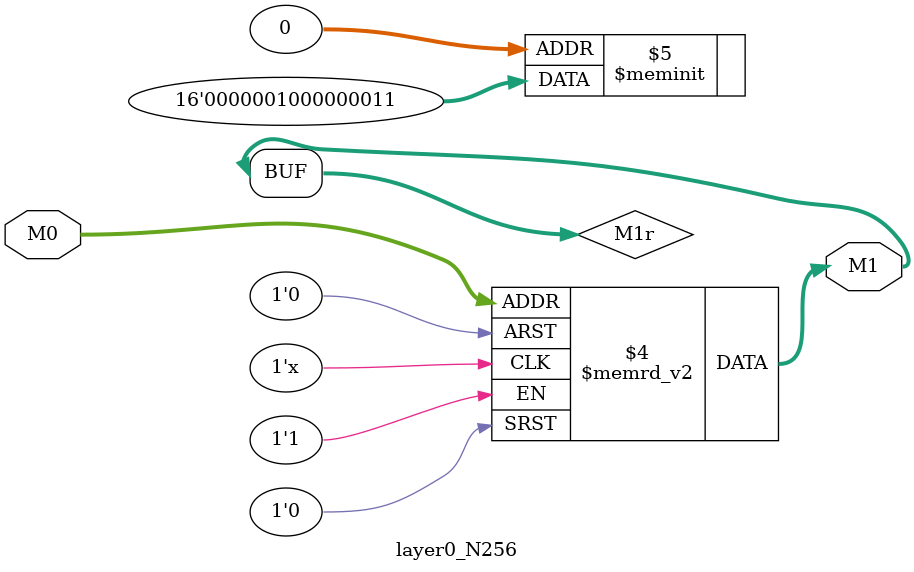
<source format=v>
module layer0_N256 ( input [2:0] M0, output [1:0] M1 );

	(*rom_style = "distributed" *) reg [1:0] M1r;
	assign M1 = M1r;
	always @ (M0) begin
		case (M0)
			3'b000: M1r = 2'b11;
			3'b100: M1r = 2'b10;
			3'b010: M1r = 2'b00;
			3'b110: M1r = 2'b00;
			3'b001: M1r = 2'b00;
			3'b101: M1r = 2'b00;
			3'b011: M1r = 2'b00;
			3'b111: M1r = 2'b00;

		endcase
	end
endmodule

</source>
